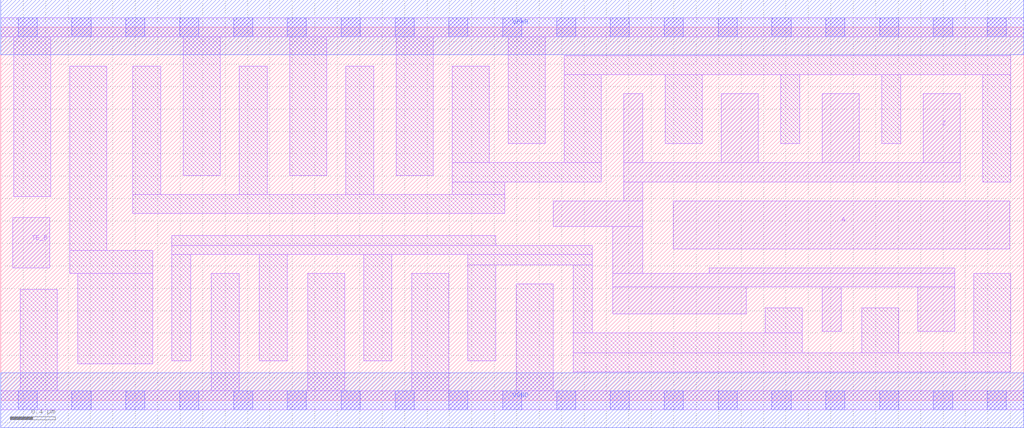
<source format=lef>
# Copyright 2020 The SkyWater PDK Authors
#
# Licensed under the Apache License, Version 2.0 (the "License");
# you may not use this file except in compliance with the License.
# You may obtain a copy of the License at
#
#     https://www.apache.org/licenses/LICENSE-2.0
#
# Unless required by applicable law or agreed to in writing, software
# distributed under the License is distributed on an "AS IS" BASIS,
# WITHOUT WARRANTIES OR CONDITIONS OF ANY KIND, either express or implied.
# See the License for the specific language governing permissions and
# limitations under the License.
#
# SPDX-License-Identifier: Apache-2.0

VERSION 5.7 ;
  NAMESCASESENSITIVE ON ;
  NOWIREEXTENSIONATPIN ON ;
  DIVIDERCHAR "/" ;
  BUSBITCHARS "[]" ;
UNITS
  DATABASE MICRONS 200 ;
END UNITS
MACRO sky130_fd_sc_ls__einvn_8
  CLASS CORE ;
  SOURCE USER ;
  FOREIGN sky130_fd_sc_ls__einvn_8 ;
  ORIGIN  0.000000  0.000000 ;
  SIZE  9.120000 BY  3.330000 ;
  SYMMETRY X Y ;
  SITE unit ;
  PIN A
    ANTENNAGATEAREA  2.232000 ;
    DIRECTION INPUT ;
    USE SIGNAL ;
    PORT
      LAYER li1 ;
        RECT 5.995000 1.350000 8.995000 1.780000 ;
    END
  END A
  PIN TE_B
    ANTENNAGATEAREA  1.623000 ;
    DIRECTION INPUT ;
    USE SIGNAL ;
    PORT
      LAYER li1 ;
        RECT 0.105000 1.180000 0.435000 1.630000 ;
    END
  END TE_B
  PIN Z
    ANTENNADIFFAREA  2.332400 ;
    DIRECTION OUTPUT ;
    USE SIGNAL ;
    PORT
      LAYER li1 ;
        RECT 4.925000 1.550000 5.725000 1.780000 ;
        RECT 5.455000 0.770000 6.645000 1.010000 ;
        RECT 5.455000 1.010000 8.505000 1.130000 ;
        RECT 5.455000 1.130000 5.725000 1.550000 ;
        RECT 5.555000 1.780000 5.725000 1.950000 ;
        RECT 5.555000 1.950000 8.555000 2.120000 ;
        RECT 5.555000 2.120000 5.725000 2.735000 ;
        RECT 6.315000 1.130000 8.505000 1.180000 ;
        RECT 6.425000 2.120000 6.755000 2.735000 ;
        RECT 7.325000 0.615000 7.495000 1.010000 ;
        RECT 7.325000 2.120000 7.655000 2.735000 ;
        RECT 8.175000 0.615000 8.505000 1.010000 ;
        RECT 8.225000 2.120000 8.555000 2.735000 ;
    END
  END Z
  PIN VGND
    DIRECTION INOUT ;
    SHAPE ABUTMENT ;
    USE GROUND ;
    PORT
      LAYER met1 ;
        RECT 0.000000 -0.245000 9.120000 0.245000 ;
    END
  END VGND
  PIN VPWR
    DIRECTION INOUT ;
    SHAPE ABUTMENT ;
    USE POWER ;
    PORT
      LAYER met1 ;
        RECT 0.000000 3.085000 9.120000 3.575000 ;
    END
  END VPWR
  OBS
    LAYER li1 ;
      RECT 0.000000 -0.085000 9.120000 0.085000 ;
      RECT 0.000000  3.245000 9.120000 3.415000 ;
      RECT 0.115000  1.820000 0.445000 3.245000 ;
      RECT 0.175000  0.085000 0.505000 0.990000 ;
      RECT 0.615000  1.130000 1.355000 1.335000 ;
      RECT 0.615000  1.335000 0.945000 2.980000 ;
      RECT 0.685000  0.325000 1.355000 1.130000 ;
      RECT 1.175000  1.665000 4.495000 1.835000 ;
      RECT 1.175000  1.835000 1.425000 2.980000 ;
      RECT 1.525000  0.350000 1.695000 1.300000 ;
      RECT 1.525000  1.300000 5.275000 1.380000 ;
      RECT 1.525000  1.380000 4.415000 1.470000 ;
      RECT 1.625000  2.005000 1.955000 3.245000 ;
      RECT 1.875000  0.085000 2.125000 1.130000 ;
      RECT 2.125000  1.835000 2.375000 2.980000 ;
      RECT 2.305000  0.350000 2.555000 1.300000 ;
      RECT 2.575000  2.005000 2.905000 3.245000 ;
      RECT 2.735000  0.085000 3.065000 1.130000 ;
      RECT 3.075000  1.835000 3.325000 2.980000 ;
      RECT 3.235000  0.350000 3.485000 1.300000 ;
      RECT 3.525000  2.005000 3.855000 3.245000 ;
      RECT 3.665000  0.085000 3.995000 1.130000 ;
      RECT 4.025000  1.835000 4.495000 1.950000 ;
      RECT 4.025000  1.950000 5.355000 2.120000 ;
      RECT 4.025000  2.120000 4.355000 2.980000 ;
      RECT 4.165000  0.350000 4.415000 1.210000 ;
      RECT 4.165000  1.210000 5.275000 1.300000 ;
      RECT 4.525000  2.290000 4.855000 3.245000 ;
      RECT 4.595000  0.085000 4.925000 1.040000 ;
      RECT 5.025000  2.120000 5.355000 2.905000 ;
      RECT 5.025000  2.905000 9.005000 3.075000 ;
      RECT 5.105000  0.255000 9.005000 0.425000 ;
      RECT 5.105000  0.425000 7.145000 0.600000 ;
      RECT 5.105000  0.600000 5.275000 1.210000 ;
      RECT 5.925000  2.290000 6.255000 2.905000 ;
      RECT 6.815000  0.600000 7.145000 0.825000 ;
      RECT 6.955000  2.290000 7.125000 2.905000 ;
      RECT 7.675000  0.425000 8.005000 0.825000 ;
      RECT 7.855000  2.290000 8.025000 2.905000 ;
      RECT 8.675000  0.425000 9.005000 1.130000 ;
      RECT 8.755000  1.950000 9.005000 2.905000 ;
    LAYER mcon ;
      RECT 0.155000 -0.085000 0.325000 0.085000 ;
      RECT 0.155000  3.245000 0.325000 3.415000 ;
      RECT 0.635000 -0.085000 0.805000 0.085000 ;
      RECT 0.635000  3.245000 0.805000 3.415000 ;
      RECT 1.115000 -0.085000 1.285000 0.085000 ;
      RECT 1.115000  3.245000 1.285000 3.415000 ;
      RECT 1.595000 -0.085000 1.765000 0.085000 ;
      RECT 1.595000  3.245000 1.765000 3.415000 ;
      RECT 2.075000 -0.085000 2.245000 0.085000 ;
      RECT 2.075000  3.245000 2.245000 3.415000 ;
      RECT 2.555000 -0.085000 2.725000 0.085000 ;
      RECT 2.555000  3.245000 2.725000 3.415000 ;
      RECT 3.035000 -0.085000 3.205000 0.085000 ;
      RECT 3.035000  3.245000 3.205000 3.415000 ;
      RECT 3.515000 -0.085000 3.685000 0.085000 ;
      RECT 3.515000  3.245000 3.685000 3.415000 ;
      RECT 3.995000 -0.085000 4.165000 0.085000 ;
      RECT 3.995000  3.245000 4.165000 3.415000 ;
      RECT 4.475000 -0.085000 4.645000 0.085000 ;
      RECT 4.475000  3.245000 4.645000 3.415000 ;
      RECT 4.955000 -0.085000 5.125000 0.085000 ;
      RECT 4.955000  3.245000 5.125000 3.415000 ;
      RECT 5.435000 -0.085000 5.605000 0.085000 ;
      RECT 5.435000  3.245000 5.605000 3.415000 ;
      RECT 5.915000 -0.085000 6.085000 0.085000 ;
      RECT 5.915000  3.245000 6.085000 3.415000 ;
      RECT 6.395000 -0.085000 6.565000 0.085000 ;
      RECT 6.395000  3.245000 6.565000 3.415000 ;
      RECT 6.875000 -0.085000 7.045000 0.085000 ;
      RECT 6.875000  3.245000 7.045000 3.415000 ;
      RECT 7.355000 -0.085000 7.525000 0.085000 ;
      RECT 7.355000  3.245000 7.525000 3.415000 ;
      RECT 7.835000 -0.085000 8.005000 0.085000 ;
      RECT 7.835000  3.245000 8.005000 3.415000 ;
      RECT 8.315000 -0.085000 8.485000 0.085000 ;
      RECT 8.315000  3.245000 8.485000 3.415000 ;
      RECT 8.795000 -0.085000 8.965000 0.085000 ;
      RECT 8.795000  3.245000 8.965000 3.415000 ;
  END
END sky130_fd_sc_ls__einvn_8
END LIBRARY

</source>
